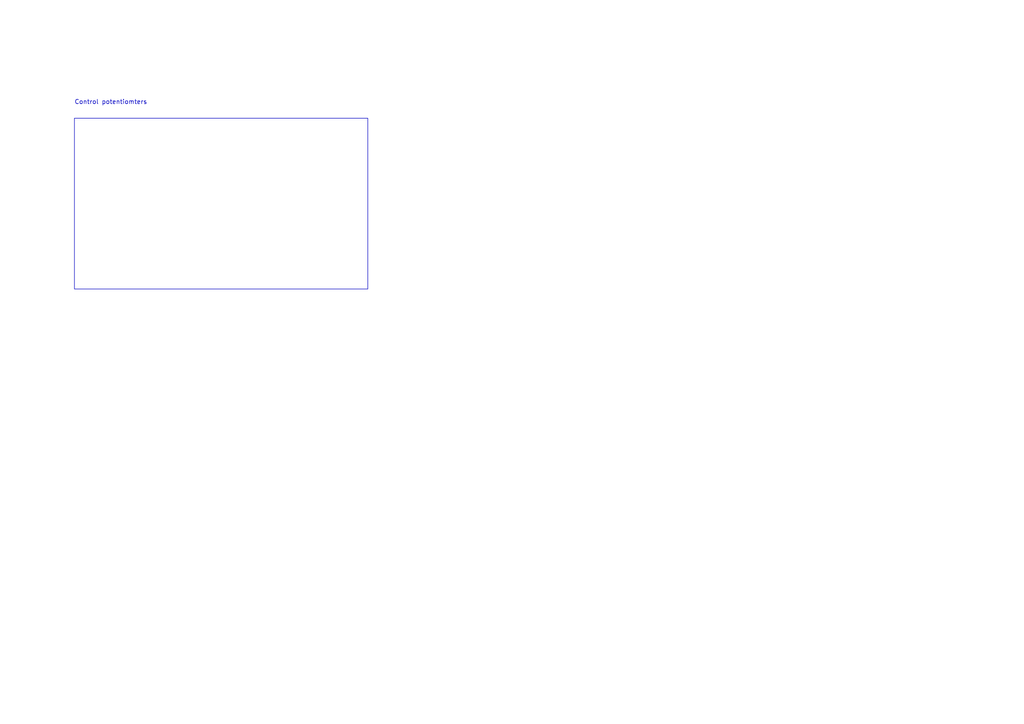
<source format=kicad_sch>
(kicad_sch (version 20230121) (generator eeschema)
  (paper "A4")
  (lib_symbols)
  (rectangle (start 21.59 34.29) (end 106.68 83.82))
  (text "Control potentiomters" (at 21.59 30.48 0) (effects (font (size 1.27 1.27)) (justify left bottom)))
)
</source>
